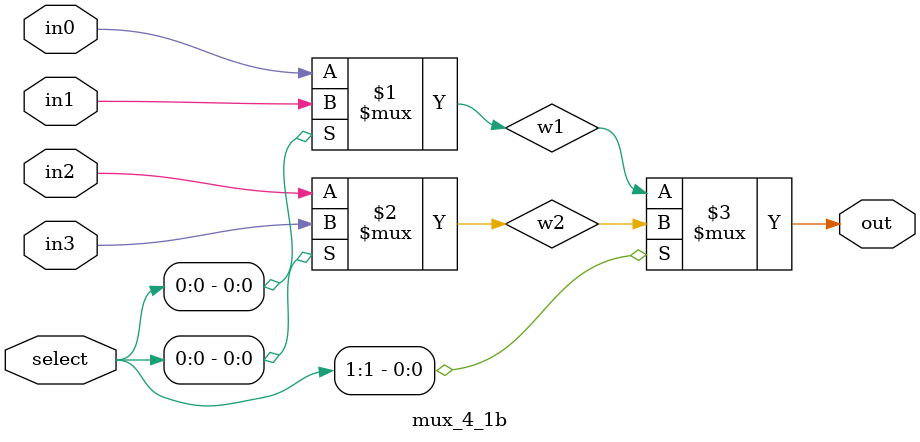
<source format=v>
module mux_4_1b(out, select, in0, in1, in2, in3);

    input [1:0] select;
    input in0, in1, in2, in3;
    output out;
    wire w1, w2;

    assign w1 = select[0] ? in1 : in0;
    assign w2 = select[0] ? in3 : in2;
    assign out = select[1] ? w2 : w1;

endmodule
</source>
